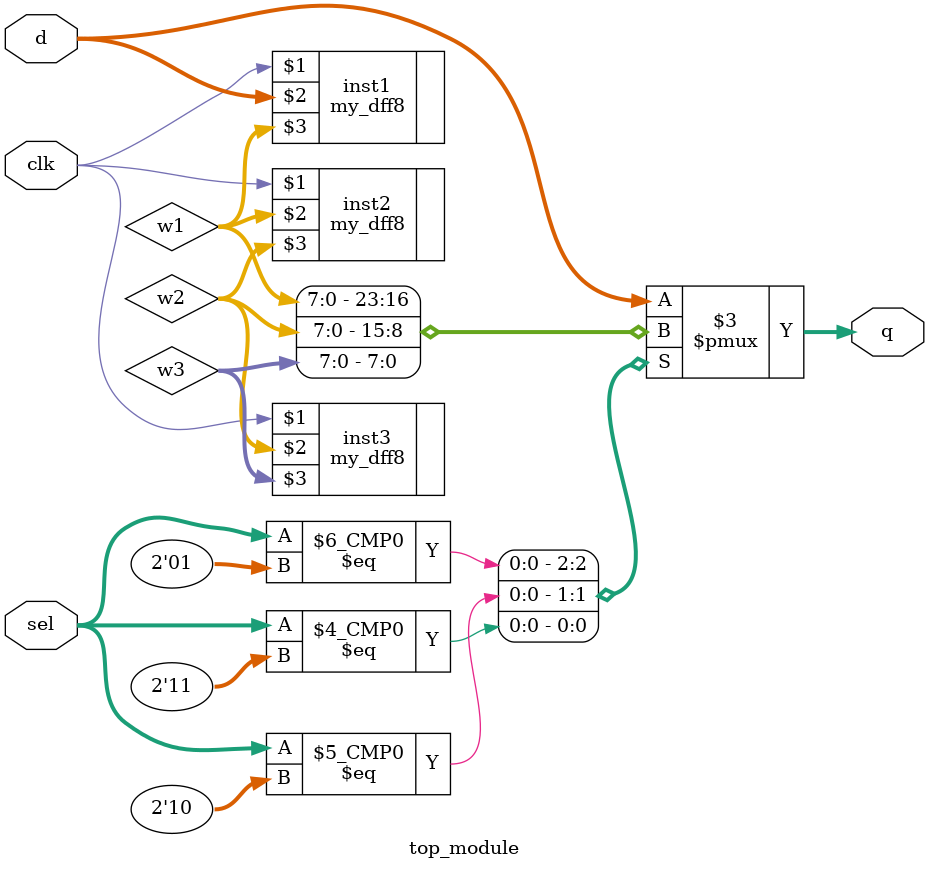
<source format=v>
module top_module ( 
    input clk, 
    input [7:0] d, 
    input [1:0] sel, 
    output [7:0] q 
);
    
    wire [7:0] w1;
    wire [7:0] w2;
    wire [7:0] w3;
    
    
    my_dff8 inst1 (clk, d, w1);
    my_dff8 inst2 (clk, w1, w2);
    my_dff8 inst3 (clk, w2, w3);
    
    always @(*) begin
        case(sel)
            2'b01: q = w1;
            2'b10: q = w2;
            2'b11: q = w3;
            default: q = d;
            
        endcase
    end
endmodule

</source>
